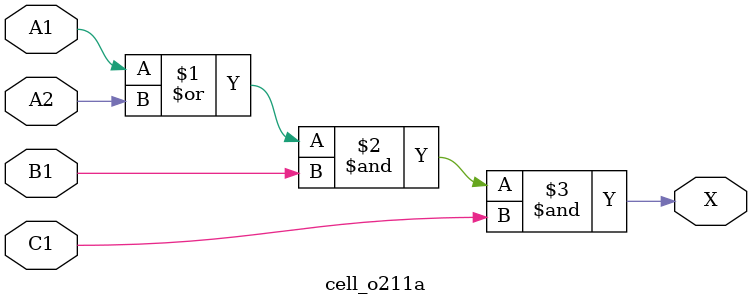
<source format=v>
`timescale 1ps/1ps
module cell_o211a
(
    input wire A1,
    input wire A2,
    input wire B1,
    input wire C1,
    output wire X
);
    assign X = ((A1 | A2) & B1 & C1);
endmodule

</source>
